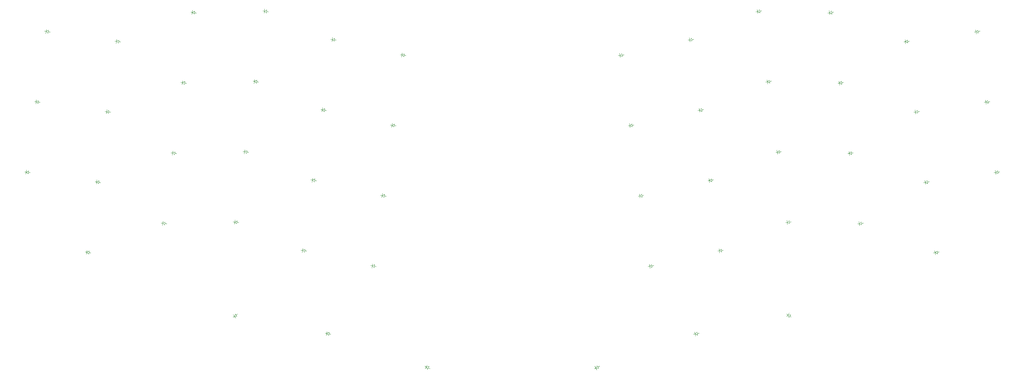
<source format=gbo>
%TF.GenerationSoftware,KiCad,Pcbnew,8.0.1*%
%TF.CreationDate,2024-04-17T00:19:13+02:00*%
%TF.ProjectId,shockboard,73686f63-6b62-46f6-9172-642e6b696361,v1.0.0*%
%TF.SameCoordinates,Original*%
%TF.FileFunction,Legend,Bot*%
%TF.FilePolarity,Positive*%
%FSLAX46Y46*%
G04 Gerber Fmt 4.6, Leading zero omitted, Abs format (unit mm)*
G04 Created by KiCad (PCBNEW 8.0.1) date 2024-04-17 00:19:13*
%MOMM*%
%LPD*%
G01*
G04 APERTURE LIST*
G04 Aperture macros list*
%AMRotRect*
0 Rectangle, with rotation*
0 The origin of the aperture is its center*
0 $1 length*
0 $2 width*
0 $3 Rotation angle, in degrees counterclockwise*
0 Add horizontal line*
21,1,$1,$2,0,0,$3*%
G04 Aperture macros list end*
%ADD10C,0.100000*%
%ADD11R,1.752600X1.752600*%
%ADD12C,1.752600*%
%ADD13C,1.000000*%
%ADD14C,1.701800*%
%ADD15C,3.000000*%
%ADD16C,3.987800*%
%ADD17RotRect,2.550000X2.500000X8.000000*%
%ADD18C,3.429000*%
%ADD19RotRect,2.600000X2.600000X352.000000*%
%ADD20RotRect,1.778000X1.778000X352.000000*%
%ADD21RotRect,0.900000X1.200000X352.000000*%
%ADD22C,1.905000*%
%ADD23RotRect,2.550000X2.500000X352.000000*%
%ADD24RotRect,1.778000X1.778000X8.000000*%
%ADD25RotRect,0.900000X1.200000X8.000000*%
%ADD26RotRect,2.600000X2.600000X8.000000*%
%ADD27RotRect,1.778000X1.778000X323.000000*%
%ADD28RotRect,0.900000X1.200000X323.000000*%
%ADD29R,1.700000X1.700000*%
%ADD30O,1.700000X1.700000*%
%ADD31C,0.700000*%
%ADD32C,4.400000*%
%ADD33RotRect,2.550000X2.500000X332.000000*%
%ADD34C,2.000000*%
%ADD35RotRect,2.600000X2.600000X332.000000*%
%ADD36RotRect,2.550000X2.500000X28.000000*%
%ADD37RotRect,2.550000X2.500000X323.000000*%
%ADD38RotRect,2.600000X2.600000X37.000000*%
%ADD39RotRect,2.550000X2.500000X37.000000*%
%ADD40R,1.200000X1.700000*%
%ADD41O,1.200000X1.700000*%
%ADD42RotRect,2.600000X2.600000X323.000000*%
%ADD43RotRect,1.778000X1.778000X28.000000*%
%ADD44RotRect,0.900000X1.200000X28.000000*%
%ADD45RotRect,2.600000X2.600000X28.000000*%
%ADD46RotRect,1.778000X1.778000X37.000000*%
%ADD47RotRect,0.900000X1.200000X37.000000*%
%ADD48RotRect,1.778000X1.778000X332.000000*%
%ADD49RotRect,0.900000X1.200000X332.000000*%
G04 APERTURE END LIST*
D10*
X81951606Y-130179142D02*
X82347713Y-130234811D01*
X82347713Y-130234811D02*
X82271168Y-130779459D01*
X82347713Y-130234811D02*
X82424258Y-129690164D01*
X82347713Y-130234811D02*
X82997543Y-129922208D01*
X82886205Y-130714423D02*
X82347713Y-130234811D01*
X82941874Y-130318315D02*
X83437008Y-130387902D01*
X82997543Y-129922208D02*
X82886205Y-130714423D01*
X158394950Y-132339019D02*
X158791057Y-132394688D01*
X158791057Y-132394688D02*
X158714512Y-132939336D01*
X158791057Y-132394688D02*
X158867602Y-131850041D01*
X158791057Y-132394688D02*
X159440887Y-132082085D01*
X159329549Y-132874300D02*
X158791057Y-132394688D01*
X159385218Y-132478192D02*
X159880352Y-132547779D01*
X159440887Y-132082085D02*
X159329549Y-132874300D01*
X316755517Y-95402004D02*
X317151624Y-95346335D01*
X317151624Y-95346335D02*
X317075079Y-94801687D01*
X317151624Y-95346335D02*
X317228169Y-95890982D01*
X317151624Y-95346335D02*
X317690116Y-94866723D01*
X317690116Y-94866723D02*
X317801454Y-95658938D01*
X317745785Y-95262831D02*
X318240919Y-95193244D01*
X317801454Y-95658938D02*
X317151624Y-95346335D01*
X285476336Y-168181580D02*
X285795791Y-168422306D01*
X285795791Y-168422306D02*
X285464792Y-168861555D01*
X285795791Y-168422306D02*
X286126789Y-167983056D01*
X285795791Y-168422306D02*
X286515696Y-168463944D01*
X286034246Y-169102847D02*
X285795791Y-168422306D01*
X286274972Y-168783395D02*
X286674290Y-169084302D01*
X286515696Y-168463944D02*
X286034246Y-169102847D01*
X248453796Y-155492561D02*
X248849903Y-155436892D01*
X248849903Y-155436892D02*
X248773358Y-154892244D01*
X248849903Y-155436892D02*
X248926448Y-155981539D01*
X248849903Y-155436892D02*
X249388395Y-154957280D01*
X249388395Y-154957280D02*
X249499733Y-155749495D01*
X249444064Y-155353388D02*
X249939198Y-155283801D01*
X249499733Y-155749495D02*
X248849903Y-155436892D01*
X177001280Y-136468710D02*
X177397387Y-136524379D01*
X177397387Y-136524379D02*
X177320842Y-137069027D01*
X177397387Y-136524379D02*
X177473932Y-135979732D01*
X177397387Y-136524379D02*
X178047217Y-136211776D01*
X177935879Y-137003991D02*
X177397387Y-136524379D01*
X177991548Y-136607883D02*
X178486682Y-136677470D01*
X178047217Y-136211776D02*
X177935879Y-137003991D01*
X118398821Y-143884996D02*
X118794928Y-143940665D01*
X118794928Y-143940665D02*
X118718383Y-144485313D01*
X118794928Y-143940665D02*
X118871473Y-143396018D01*
X118794928Y-143940665D02*
X119444758Y-143628062D01*
X119333420Y-144420277D02*
X118794928Y-143940665D01*
X119389089Y-144024169D02*
X119884223Y-144093756D01*
X119444758Y-143628062D02*
X119333420Y-144420277D01*
X279890785Y-106137056D02*
X280286892Y-106081387D01*
X280286892Y-106081387D02*
X280210347Y-105536739D01*
X280286892Y-106081387D02*
X280363437Y-106626034D01*
X280286892Y-106081387D02*
X280825384Y-105601775D01*
X280825384Y-105601775D02*
X280936722Y-106393990D01*
X280881053Y-105997883D02*
X281376187Y-105928296D01*
X280936722Y-106393990D02*
X280286892Y-106081387D01*
X103410989Y-114008338D02*
X103807096Y-114064007D01*
X103807096Y-114064007D02*
X103730551Y-114608655D01*
X103807096Y-114064007D02*
X103883641Y-113519360D01*
X103807096Y-114064007D02*
X104456926Y-113751404D01*
X104345588Y-114543619D02*
X103807096Y-114064007D01*
X104401257Y-114147511D02*
X104896391Y-114217098D01*
X104456926Y-113751404D02*
X104345588Y-114543619D01*
X126331685Y-87439716D02*
X126727792Y-87495385D01*
X126727792Y-87495385D02*
X126651247Y-88040033D01*
X126727792Y-87495385D02*
X126804337Y-86950738D01*
X126727792Y-87495385D02*
X127377622Y-87182782D01*
X127266284Y-87974997D02*
X126727792Y-87495385D01*
X127321953Y-87578889D02*
X127817087Y-87648476D01*
X127377622Y-87182782D02*
X127266284Y-87974997D01*
X137631430Y-143558482D02*
X138027537Y-143614151D01*
X138027537Y-143614151D02*
X137950992Y-144158799D01*
X138027537Y-143614151D02*
X138104082Y-143069504D01*
X138027537Y-143614151D02*
X138677367Y-143301548D01*
X138566029Y-144093763D02*
X138027537Y-143614151D01*
X138621698Y-143697655D02*
X139116832Y-143767242D01*
X138677367Y-143301548D02*
X138566029Y-144093763D01*
X162218175Y-173395672D02*
X162614282Y-173451341D01*
X162614282Y-173451341D02*
X162537737Y-173995989D01*
X162614282Y-173451341D02*
X162690827Y-172906694D01*
X162614282Y-173451341D02*
X163264112Y-173138738D01*
X163152774Y-173930953D02*
X162614282Y-173451341D01*
X163208443Y-173534845D02*
X163703577Y-173604432D01*
X163264112Y-173138738D02*
X163152774Y-173930953D01*
X277246493Y-87321963D02*
X277642600Y-87266294D01*
X277642600Y-87266294D02*
X277566055Y-86721646D01*
X277642600Y-87266294D02*
X277719145Y-87810941D01*
X277642600Y-87266294D02*
X278181092Y-86786682D01*
X278181092Y-86786682D02*
X278292430Y-87578897D01*
X278236761Y-87182790D02*
X278731895Y-87113203D01*
X278292430Y-87578897D02*
X277642600Y-87266294D01*
X285179360Y-143767244D02*
X285575467Y-143711575D01*
X285575467Y-143711575D02*
X285498922Y-143166927D01*
X285575467Y-143711575D02*
X285652012Y-144256222D01*
X285575467Y-143711575D02*
X286113959Y-143231963D01*
X286113959Y-143231963D02*
X286225297Y-144024178D01*
X286169628Y-143628071D02*
X286664762Y-143558484D01*
X286225297Y-144024178D02*
X285575467Y-143711575D01*
X260592620Y-173604428D02*
X260988727Y-173548759D01*
X260988727Y-173548759D02*
X260912182Y-173004111D01*
X260988727Y-173548759D02*
X261065272Y-174093406D01*
X260988727Y-173548759D02*
X261527219Y-173069147D01*
X261527219Y-173069147D02*
X261638557Y-173861362D01*
X261582888Y-173465255D02*
X262078022Y-173395668D01*
X261638557Y-173861362D02*
X260988727Y-173548759D01*
X338214900Y-111572806D02*
X338611007Y-111517137D01*
X338611007Y-111517137D02*
X338534462Y-110972489D01*
X338611007Y-111517137D02*
X338687552Y-112061784D01*
X338611007Y-111517137D02*
X339149499Y-111037525D01*
X339149499Y-111037525D02*
X339260837Y-111829740D01*
X339205168Y-111433633D02*
X339700302Y-111364046D01*
X339260837Y-111829740D02*
X338611007Y-111517137D01*
X304411974Y-144093759D02*
X304808081Y-144038090D01*
X304808081Y-144038090D02*
X304731536Y-143493442D01*
X304808081Y-144038090D02*
X304884626Y-144582737D01*
X304808081Y-144038090D02*
X305346573Y-143558478D01*
X305346573Y-143558478D02*
X305457911Y-144350693D01*
X305402242Y-143954586D02*
X305897376Y-143884999D01*
X305457911Y-144350693D02*
X304808081Y-144038090D01*
X243165220Y-117862377D02*
X243561327Y-117806708D01*
X243561327Y-117806708D02*
X243484782Y-117262060D01*
X243561327Y-117806708D02*
X243637872Y-118351355D01*
X243561327Y-117806708D02*
X244099819Y-117327096D01*
X244099819Y-117327096D02*
X244211157Y-118119311D01*
X244155488Y-117723204D02*
X244650622Y-117653617D01*
X244211157Y-118119311D02*
X243561327Y-117806708D01*
X259127265Y-94917590D02*
X259523372Y-94861921D01*
X259523372Y-94861921D02*
X259446827Y-94317273D01*
X259523372Y-94861921D02*
X259599917Y-95406568D01*
X259523372Y-94861921D02*
X260061864Y-94382309D01*
X260061864Y-94382309D02*
X260173202Y-95174524D01*
X260117533Y-94778417D02*
X260612667Y-94708830D01*
X260173202Y-95174524D02*
X259523372Y-94861921D01*
X145564297Y-87113203D02*
X145960404Y-87168872D01*
X145960404Y-87168872D02*
X145883859Y-87713520D01*
X145960404Y-87168872D02*
X146036949Y-86624225D01*
X145960404Y-87168872D02*
X146610234Y-86856269D01*
X146498896Y-87648484D02*
X145960404Y-87168872D01*
X146554565Y-87252376D02*
X147049699Y-87321963D01*
X146610234Y-86856269D02*
X146498896Y-87648484D01*
X84595893Y-111364048D02*
X84992000Y-111419717D01*
X84992000Y-111419717D02*
X84915455Y-111964365D01*
X84992000Y-111419717D02*
X85068545Y-110875070D01*
X84992000Y-111419717D02*
X85641830Y-111107114D01*
X85530492Y-111899329D02*
X84992000Y-111419717D01*
X85586161Y-111503221D02*
X86081295Y-111572808D01*
X85641830Y-111107114D02*
X85530492Y-111899329D01*
X174356993Y-155283801D02*
X174753100Y-155339470D01*
X174753100Y-155339470D02*
X174676555Y-155884118D01*
X174753100Y-155339470D02*
X174829645Y-154794823D01*
X174753100Y-155339470D02*
X175402930Y-155026867D01*
X175291592Y-155819082D02*
X174753100Y-155339470D01*
X175347261Y-155422974D02*
X175842395Y-155492561D01*
X175402930Y-155026867D02*
X175291592Y-155819082D01*
X121043106Y-125069909D02*
X121439213Y-125125578D01*
X121439213Y-125125578D02*
X121362668Y-125670226D01*
X121439213Y-125125578D02*
X121515758Y-124580931D01*
X121439213Y-125125578D02*
X122089043Y-124812975D01*
X121977705Y-125605190D02*
X121439213Y-125125578D01*
X122033374Y-125209082D02*
X122528508Y-125278669D01*
X122089043Y-124812975D02*
X121977705Y-125605190D01*
X155750662Y-151154108D02*
X156146769Y-151209777D01*
X156146769Y-151209777D02*
X156070224Y-151754425D01*
X156146769Y-151209777D02*
X156223314Y-150665130D01*
X156146769Y-151209777D02*
X156796599Y-150897174D01*
X156685261Y-151689389D02*
X156146769Y-151209777D01*
X156740930Y-151293281D02*
X157236064Y-151362868D01*
X156796599Y-150897174D02*
X156685261Y-151689389D01*
X87240180Y-92548955D02*
X87636287Y-92604624D01*
X87636287Y-92604624D02*
X87559742Y-93149272D01*
X87636287Y-92604624D02*
X87712832Y-92059977D01*
X87636287Y-92604624D02*
X88286117Y-92292021D01*
X88174779Y-93084236D02*
X87636287Y-92604624D01*
X88230448Y-92688128D02*
X88725582Y-92757715D01*
X88286117Y-92292021D02*
X88174779Y-93084236D01*
X98122409Y-151638522D02*
X98518516Y-151694191D01*
X98518516Y-151694191D02*
X98441971Y-152238839D01*
X98518516Y-151694191D02*
X98595061Y-151149544D01*
X98518516Y-151694191D02*
X99168346Y-151381588D01*
X99057008Y-152173803D02*
X98518516Y-151694191D01*
X99112677Y-151777695D02*
X99607811Y-151847282D01*
X99168346Y-151381588D02*
X99057008Y-152173803D01*
X296479105Y-87648474D02*
X296875212Y-87592805D01*
X296875212Y-87592805D02*
X296798667Y-87048157D01*
X296875212Y-87592805D02*
X296951757Y-88137452D01*
X296875212Y-87592805D02*
X297413704Y-87113193D01*
X297413704Y-87113193D02*
X297525042Y-87905408D01*
X297469373Y-87509301D02*
X297964507Y-87439714D01*
X297525042Y-87905408D02*
X296875212Y-87592805D01*
X179645573Y-117653616D02*
X180041680Y-117709285D01*
X180041680Y-117709285D02*
X179965135Y-118253933D01*
X180041680Y-117709285D02*
X180118225Y-117164638D01*
X180041680Y-117709285D02*
X180691510Y-117396682D01*
X180580172Y-118188897D02*
X180041680Y-117709285D01*
X180635841Y-117792789D02*
X181130975Y-117862376D01*
X180691510Y-117396682D02*
X180580172Y-118188897D01*
X123687394Y-106254809D02*
X124083501Y-106310478D01*
X124083501Y-106310478D02*
X124006956Y-106855126D01*
X124083501Y-106310478D02*
X124160046Y-105765831D01*
X124083501Y-106310478D02*
X124733331Y-105997875D01*
X124621993Y-106790090D02*
X124083501Y-106310478D01*
X124677662Y-106393982D02*
X125172796Y-106463569D01*
X124733331Y-105997875D02*
X124621993Y-106790090D01*
X264415845Y-132547777D02*
X264811952Y-132492108D01*
X264811952Y-132492108D02*
X264735407Y-131947460D01*
X264811952Y-132492108D02*
X264888497Y-133036755D01*
X264811952Y-132492108D02*
X265350444Y-132012496D01*
X265350444Y-132012496D02*
X265461782Y-132804711D01*
X265406113Y-132408604D02*
X265901247Y-132339017D01*
X265461782Y-132804711D02*
X264811952Y-132492108D01*
X335570611Y-92757717D02*
X335966718Y-92702048D01*
X335966718Y-92702048D02*
X335890173Y-92157400D01*
X335966718Y-92702048D02*
X336043263Y-93246695D01*
X335966718Y-92702048D02*
X336505210Y-92222436D01*
X336505210Y-92222436D02*
X336616548Y-93014651D01*
X336560879Y-92618544D02*
X337056013Y-92548957D01*
X336616548Y-93014651D02*
X335966718Y-92702048D01*
X240520935Y-99047283D02*
X240917042Y-98991614D01*
X240917042Y-98991614D02*
X240840497Y-98446966D01*
X240917042Y-98991614D02*
X240993587Y-99536261D01*
X240917042Y-98991614D02*
X241455534Y-98512002D01*
X241455534Y-98512002D02*
X241566872Y-99304217D01*
X241511203Y-98908110D02*
X242006337Y-98838523D01*
X241566872Y-99304217D02*
X240917042Y-98991614D01*
X182289859Y-98838521D02*
X182685966Y-98894190D01*
X182685966Y-98894190D02*
X182609421Y-99438838D01*
X182685966Y-98894190D02*
X182762511Y-98349543D01*
X182685966Y-98894190D02*
X183335796Y-98581587D01*
X183224458Y-99373802D02*
X182685966Y-98894190D01*
X183280127Y-98977694D02*
X183775261Y-99047281D01*
X183335796Y-98581587D02*
X183224458Y-99373802D01*
X140275722Y-124743387D02*
X140671829Y-124799056D01*
X140671829Y-124799056D02*
X140595284Y-125343704D01*
X140671829Y-124799056D02*
X140748374Y-124254409D01*
X140671829Y-124799056D02*
X141321659Y-124486453D01*
X141210321Y-125278668D02*
X140671829Y-124799056D01*
X141265990Y-124882560D02*
X141761124Y-124952147D01*
X141321659Y-124486453D02*
X141210321Y-125278668D01*
X261771555Y-113732683D02*
X262167662Y-113677014D01*
X262167662Y-113677014D02*
X262091117Y-113132366D01*
X262167662Y-113677014D02*
X262244207Y-114221661D01*
X262167662Y-113677014D02*
X262706154Y-113197402D01*
X262706154Y-113197402D02*
X262817492Y-113989617D01*
X262761823Y-113593510D02*
X263256957Y-113523923D01*
X262817492Y-113989617D02*
X262167662Y-113677014D01*
X100766696Y-132823429D02*
X101162803Y-132879098D01*
X101162803Y-132879098D02*
X101086258Y-133423746D01*
X101162803Y-132879098D02*
X101239348Y-132334451D01*
X101162803Y-132879098D02*
X101812633Y-132566495D01*
X101701295Y-133358710D02*
X101162803Y-132879098D01*
X101756964Y-132962602D02*
X102252098Y-133032189D01*
X101812633Y-132566495D02*
X101701295Y-133358710D01*
X163683528Y-94708833D02*
X164079635Y-94764502D01*
X164079635Y-94764502D02*
X164003090Y-95309150D01*
X164079635Y-94764502D02*
X164156180Y-94219855D01*
X164079635Y-94764502D02*
X164729465Y-94451899D01*
X164618127Y-95244114D02*
X164079635Y-94764502D01*
X164673796Y-94848006D02*
X165168930Y-94917593D01*
X164729465Y-94451899D02*
X164618127Y-95244114D01*
X322044094Y-133032189D02*
X322440201Y-132976520D01*
X322440201Y-132976520D02*
X322363656Y-132431872D01*
X322440201Y-132976520D02*
X322516746Y-133521167D01*
X322440201Y-132976520D02*
X322978693Y-132496908D01*
X322978693Y-132496908D02*
X323090031Y-133289123D01*
X323034362Y-132893016D02*
X323529496Y-132823429D01*
X323090031Y-133289123D02*
X322440201Y-132976520D01*
X299123395Y-106463569D02*
X299519502Y-106407900D01*
X299519502Y-106407900D02*
X299442957Y-105863252D01*
X299519502Y-106407900D02*
X299596047Y-106952547D01*
X299519502Y-106407900D02*
X300057994Y-105928288D01*
X300057994Y-105928288D02*
X300169332Y-106720503D01*
X300113663Y-106324396D02*
X300608797Y-106254809D01*
X300169332Y-106720503D02*
X299519502Y-106407900D01*
X340859190Y-130387900D02*
X341255297Y-130332231D01*
X341255297Y-130332231D02*
X341178752Y-129787583D01*
X341255297Y-130332231D02*
X341331842Y-130876878D01*
X341255297Y-130332231D02*
X341793789Y-129852619D01*
X341793789Y-129852619D02*
X341905127Y-130644834D01*
X341849458Y-130248727D02*
X342344592Y-130179140D01*
X341905127Y-130644834D02*
X341255297Y-130332231D01*
X282535069Y-124952148D02*
X282931176Y-124896479D01*
X282931176Y-124896479D02*
X282854631Y-124351831D01*
X282931176Y-124896479D02*
X283007721Y-125441126D01*
X282931176Y-124896479D02*
X283469668Y-124416867D01*
X283469668Y-124416867D02*
X283581006Y-125209082D01*
X283525337Y-124812975D02*
X284020471Y-124743388D01*
X283581006Y-125209082D02*
X282931176Y-124896479D01*
X319399806Y-114217096D02*
X319795913Y-114161427D01*
X319795913Y-114161427D02*
X319719368Y-113616779D01*
X319795913Y-114161427D02*
X319872458Y-114706074D01*
X319795913Y-114161427D02*
X320334405Y-113681815D01*
X320334405Y-113681815D02*
X320445743Y-114474030D01*
X320390074Y-114077923D02*
X320885208Y-114008336D01*
X320445743Y-114474030D02*
X319795913Y-114161427D01*
X161039237Y-113523923D02*
X161435344Y-113579592D01*
X161435344Y-113579592D02*
X161358799Y-114124240D01*
X161435344Y-113579592D02*
X161511889Y-113034945D01*
X161435344Y-113579592D02*
X162085174Y-113266989D01*
X161973836Y-114059204D02*
X161435344Y-113579592D01*
X162029505Y-113663096D02*
X162524639Y-113732683D01*
X162085174Y-113266989D02*
X161973836Y-114059204D01*
X245809507Y-136677468D02*
X246205614Y-136621799D01*
X246205614Y-136621799D02*
X246129069Y-136077151D01*
X246205614Y-136621799D02*
X246282159Y-137166446D01*
X246205614Y-136621799D02*
X246744106Y-136142187D01*
X246744106Y-136142187D02*
X246855444Y-136934402D01*
X246799775Y-136538295D02*
X247294909Y-136468708D01*
X246855444Y-136934402D02*
X246205614Y-136621799D01*
X301767686Y-125278666D02*
X302163793Y-125222997D01*
X302163793Y-125222997D02*
X302087248Y-124678349D01*
X302163793Y-125222997D02*
X302240338Y-125767644D01*
X302163793Y-125222997D02*
X302702285Y-124743385D01*
X302702285Y-124743385D02*
X302813623Y-125535600D01*
X302757954Y-125139493D02*
X303253088Y-125069906D01*
X302813623Y-125535600D02*
X302163793Y-125222997D01*
X324688381Y-151847283D02*
X325084488Y-151791614D01*
X325084488Y-151791614D02*
X325007943Y-151246966D01*
X325084488Y-151791614D02*
X325161033Y-152336261D01*
X325084488Y-151791614D02*
X325622980Y-151312002D01*
X325622980Y-151312002D02*
X325734318Y-152104217D01*
X325678649Y-151708110D02*
X326173783Y-151638523D01*
X325734318Y-152104217D02*
X325084488Y-151791614D01*
X234135727Y-182878598D02*
X234488906Y-182690809D01*
X234488906Y-182690809D02*
X234230697Y-182205188D01*
X234488906Y-182690809D02*
X234747116Y-183176430D01*
X234488906Y-182690809D02*
X234830884Y-182055947D01*
X234830884Y-182055947D02*
X235206464Y-182762305D01*
X235018675Y-182409126D02*
X235460149Y-182174390D01*
X235206464Y-182762305D02*
X234488906Y-182690809D01*
X142920009Y-105928294D02*
X143316116Y-105983963D01*
X143316116Y-105983963D02*
X143239571Y-106528611D01*
X143316116Y-105983963D02*
X143392661Y-105439316D01*
X143316116Y-105983963D02*
X143965946Y-105671360D01*
X143854608Y-106463575D02*
X143316116Y-105983963D01*
X143910277Y-106067467D02*
X144405411Y-106137054D01*
X143965946Y-105671360D02*
X143854608Y-106463575D01*
X267060131Y-151362871D02*
X267456238Y-151307202D01*
X267456238Y-151307202D02*
X267379693Y-150762554D01*
X267456238Y-151307202D02*
X267532783Y-151851849D01*
X267456238Y-151307202D02*
X267994730Y-150827590D01*
X267994730Y-150827590D02*
X268106068Y-151619805D01*
X268050399Y-151223698D02*
X268545533Y-151154111D01*
X268106068Y-151619805D02*
X267456238Y-151307202D01*
X137621903Y-169084302D02*
X137941358Y-168843576D01*
X137941358Y-168843576D02*
X137610359Y-168404327D01*
X137941358Y-168843576D02*
X138179813Y-168163035D01*
X137941358Y-168843576D02*
X138272356Y-169282826D01*
X138179813Y-168163035D02*
X138661263Y-168801939D01*
X138420539Y-168482487D02*
X138819857Y-168181580D01*
X138661263Y-168801939D02*
X137941358Y-168843576D01*
X188836045Y-182174392D02*
X189189224Y-182362181D01*
X189189224Y-182362181D02*
X188931015Y-182847802D01*
X189189224Y-182362181D02*
X189447434Y-181876560D01*
X189189224Y-182362181D02*
X189906782Y-182290685D01*
X189531201Y-182997043D02*
X189189224Y-182362181D01*
X189718993Y-182643864D02*
X190160467Y-182878600D01*
X189906782Y-182290685D02*
X189531201Y-182997043D01*
X106055273Y-95193243D02*
X106451380Y-95248912D01*
X106451380Y-95248912D02*
X106374835Y-95793560D01*
X106451380Y-95248912D02*
X106527925Y-94704265D01*
X106451380Y-95248912D02*
X107101210Y-94936309D01*
X106989872Y-95728524D02*
X106451380Y-95248912D01*
X107045541Y-95332416D02*
X107540675Y-95402003D01*
X107101210Y-94936309D02*
X106989872Y-95728524D01*
D11*
X204528096Y-89920735D03*
D12*
X204528096Y-92460735D03*
X204528096Y-95000735D03*
X204528097Y-97540735D03*
X204528096Y-100080735D03*
X204528093Y-102620735D03*
X204528093Y-105160735D03*
X204528096Y-107700735D03*
X204528097Y-110240735D03*
X204528096Y-112780735D03*
X204528096Y-115320735D03*
X204528096Y-117860735D03*
X219768096Y-89920735D03*
X219768096Y-92460735D03*
X219768096Y-95000735D03*
X219768095Y-97540735D03*
X219768096Y-100080735D03*
X219768099Y-102620735D03*
X219768099Y-105160735D03*
X219768096Y-107700735D03*
X219768095Y-110240735D03*
X219768096Y-112780735D03*
X219768096Y-115320735D03*
X219768096Y-117860735D03*
%LPC*%
D13*
X317833939Y-73942213D03*
X320808273Y-74333791D03*
D14*
X317102121Y-128980547D03*
D15*
X318006262Y-126288519D03*
D16*
X322132683Y-128273550D03*
D15*
X323940965Y-122889492D03*
D14*
X327163245Y-127566553D03*
D17*
X314763134Y-126744311D03*
X327210829Y-122429935D03*
D14*
X158168515Y-168080338D03*
D15*
X164443069Y-162953695D03*
D18*
X163614989Y-168845790D03*
D15*
X169088227Y-165828150D03*
D14*
X169061463Y-169611242D03*
D19*
X161199941Y-162497903D03*
X172331356Y-166283942D03*
D14*
X335917213Y-126336259D03*
D15*
X336821354Y-123644231D03*
D16*
X340947775Y-125629262D03*
D15*
X342756057Y-120245204D03*
D14*
X345978337Y-124922265D03*
D17*
X333578226Y-124100023D03*
X346025921Y-119785647D03*
D20*
X78921384Y-129753271D03*
D21*
X81060365Y-130053886D03*
X84328249Y-130513158D03*
D22*
X86467230Y-130813773D03*
D14*
X138870351Y-100612962D03*
D15*
X145144905Y-95486319D03*
D18*
X144316825Y-101378414D03*
D15*
X149790063Y-98360774D03*
D14*
X149763299Y-102143866D03*
D19*
X141901777Y-95030527D03*
X153033192Y-98816566D03*
D14*
X99777241Y-108751458D03*
D15*
X101388381Y-106412925D03*
D16*
X104807803Y-109458455D03*
D15*
X108030083Y-104781395D03*
D14*
X109838365Y-110165452D03*
D23*
X98145253Y-105957133D03*
X111299948Y-105240942D03*
D14*
X254185292Y-90865947D03*
D15*
X255089433Y-88173919D03*
D16*
X259215854Y-90158950D03*
D15*
X261024136Y-84774892D03*
D14*
X264246416Y-89451953D03*
D17*
X251846305Y-88629711D03*
X264294000Y-84315335D03*
D20*
X155364728Y-131913148D03*
D21*
X157503709Y-132213763D03*
X160771593Y-132673035D03*
D22*
X162910574Y-132973650D03*
D24*
X313725295Y-95827875D03*
D25*
X315864276Y-95527260D03*
X319132160Y-95067988D03*
D22*
X321271141Y-94767373D03*
D14*
X299054086Y-140100571D03*
D15*
X303672480Y-133443024D03*
D18*
X304500560Y-139335119D03*
D15*
X308930001Y-134925750D03*
D14*
X309947034Y-138569667D03*
D26*
X300429352Y-133898816D03*
X312173129Y-134469956D03*
D14*
X160049778Y-89451953D03*
D15*
X161660918Y-87113420D03*
D16*
X165080340Y-90158950D03*
D15*
X168302620Y-85481890D03*
D14*
X170110902Y-90865947D03*
D23*
X158417790Y-86657628D03*
X171572485Y-85941437D03*
D14*
X316686209Y-129039002D03*
D15*
X321304603Y-122381455D03*
D18*
X322132683Y-128273550D03*
D15*
X326562124Y-123864181D03*
D14*
X327579157Y-127508098D03*
D26*
X318061475Y-122837247D03*
X329805252Y-123408387D03*
D14*
X335501301Y-126394714D03*
D15*
X340119695Y-119737167D03*
D18*
X340947775Y-125629262D03*
D15*
X345377216Y-121219893D03*
D14*
X346394249Y-124863810D03*
D26*
X336876567Y-120192959D03*
X348620344Y-120764099D03*
D14*
X117409360Y-119813030D03*
D15*
X119020500Y-117474497D03*
D16*
X122439922Y-120520027D03*
D15*
X125662202Y-115842967D03*
D14*
X127470484Y-121227024D03*
D23*
X115777372Y-117018705D03*
X128932067Y-116302514D03*
D27*
X283032512Y-166340026D03*
D28*
X284757564Y-167639948D03*
X287393062Y-169625934D03*
D22*
X289118114Y-170925856D03*
D24*
X245423574Y-155918432D03*
D25*
X247562555Y-155617817D03*
X250830439Y-155158545D03*
D22*
X252969420Y-154857930D03*
D14*
X116993448Y-119754575D03*
D15*
X123268002Y-114627932D03*
D18*
X122439922Y-120520027D03*
D15*
X127913160Y-117502387D03*
D14*
X127886396Y-121285479D03*
D19*
X120024874Y-114172140D03*
X131156289Y-117958179D03*
D20*
X173971058Y-136042839D03*
D21*
X176110039Y-136343454D03*
X179377923Y-136802726D03*
D22*
X181516904Y-137103341D03*
D20*
X115368599Y-143459125D03*
D21*
X117507580Y-143759740D03*
X120775464Y-144219012D03*
D22*
X122914445Y-144519627D03*
D14*
X119637736Y-100939482D03*
D15*
X125912290Y-95812839D03*
D18*
X125084210Y-101704934D03*
D15*
X130557448Y-98687294D03*
D14*
X130530684Y-102470386D03*
D19*
X122669162Y-95357047D03*
X133800577Y-99143086D03*
D14*
X99361329Y-108693003D03*
D15*
X105635883Y-103566360D03*
D18*
X104807803Y-109458455D03*
D15*
X110281041Y-106440815D03*
D14*
X110254277Y-110223907D03*
D19*
X102392755Y-103110568D03*
X113524170Y-106896607D03*
D14*
X170723246Y-150026922D03*
D15*
X172334386Y-147688389D03*
D16*
X175753808Y-150733919D03*
D15*
X178976088Y-146056859D03*
D14*
X180784370Y-151440916D03*
D23*
X169091258Y-147232597D03*
X182245953Y-146516406D03*
D24*
X276860563Y-106562927D03*
D25*
X278999544Y-106262312D03*
X282267428Y-105803040D03*
D22*
X284406409Y-105502425D03*
D14*
X271888608Y-83328774D03*
D15*
X276507002Y-76671227D03*
D18*
X277335082Y-82563322D03*
D15*
X281764523Y-78153953D03*
D14*
X282781556Y-81797870D03*
D26*
X273263874Y-77127019D03*
X285007651Y-77698159D03*
D14*
X136226062Y-119428057D03*
D15*
X142500616Y-114301414D03*
D18*
X141672536Y-120193509D03*
D15*
X147145774Y-117175869D03*
D14*
X147119010Y-120958961D03*
D19*
X139257488Y-113845622D03*
X150388903Y-117631661D03*
D11*
X204528096Y-89920735D03*
D12*
X204528096Y-92460735D03*
X204528096Y-95000735D03*
X204528097Y-97540735D03*
X204528096Y-100080735D03*
X204528093Y-102620735D03*
X204528093Y-105160735D03*
X204528096Y-107700735D03*
X204528097Y-110240735D03*
X204528096Y-112780735D03*
X204528096Y-115320735D03*
X204528096Y-117860735D03*
X219768096Y-89920735D03*
X219768096Y-92460735D03*
X219768096Y-95000735D03*
X219768095Y-97540735D03*
X219768096Y-100080735D03*
X219768099Y-102620735D03*
X219768099Y-105160735D03*
X219768096Y-107700735D03*
X219768095Y-110240735D03*
X219768096Y-112780735D03*
X219768096Y-115320735D03*
X219768096Y-117860735D03*
D29*
X215948096Y-121716737D03*
D30*
X213408098Y-121716735D03*
X210868096Y-121716735D03*
X208328096Y-121716735D03*
D14*
X291121219Y-83655288D03*
D15*
X295739613Y-76997741D03*
D18*
X296567693Y-82889836D03*
D15*
X300997134Y-78480467D03*
D14*
X302014167Y-82124384D03*
D26*
X292496485Y-77453533D03*
X304240262Y-78024673D03*
D20*
X100380767Y-113582467D03*
D21*
X102519748Y-113883082D03*
X105787632Y-114342354D03*
D22*
X107926613Y-114642969D03*
D14*
X141930553Y-81856328D03*
D15*
X143541693Y-79517795D03*
D16*
X146961115Y-82563325D03*
D15*
X150183395Y-77886265D03*
D14*
X151991677Y-83270322D03*
D23*
X140298565Y-79062003D03*
X153453260Y-78345812D03*
D14*
X296409796Y-121285479D03*
D15*
X301028190Y-114627932D03*
D18*
X301856270Y-120520027D03*
D15*
X306285711Y-116110658D03*
D14*
X307302744Y-119754575D03*
D26*
X297785062Y-115083724D03*
X309528839Y-115654864D03*
D14*
X178656113Y-93581643D03*
D15*
X180267253Y-91243110D03*
D16*
X183686675Y-94288640D03*
D15*
X186908955Y-89611580D03*
D14*
X188717237Y-94995637D03*
D23*
X177024125Y-90787318D03*
X190178820Y-90071127D03*
D14*
X158584427Y-168138793D03*
D15*
X160195567Y-165800260D03*
D16*
X163614989Y-168845790D03*
D15*
X166837269Y-164168730D03*
D14*
X168645551Y-169552787D03*
D23*
X156952439Y-165344468D03*
X170107134Y-164628277D03*
D31*
X314294847Y-138968449D03*
X314611041Y-137745818D03*
X314935794Y-140056561D03*
X315699153Y-137104871D03*
D32*
X315928789Y-138738813D03*
D31*
X316158425Y-140372755D03*
X316921784Y-137421065D03*
X317246537Y-139731808D03*
X317562731Y-138509177D03*
D20*
X123301463Y-87013845D03*
D21*
X125440444Y-87314460D03*
X128708328Y-87773732D03*
D22*
X130847309Y-88074347D03*
D20*
X134601208Y-143132611D03*
D21*
X136740189Y-143433226D03*
X140008073Y-143892498D03*
D22*
X142147054Y-144193113D03*
D14*
X333272922Y-107521166D03*
D15*
X334177063Y-104829138D03*
D16*
X338303484Y-106814169D03*
D15*
X340111766Y-101430111D03*
D14*
X343334046Y-106107172D03*
D17*
X330933935Y-105284930D03*
X343381630Y-100970554D03*
D14*
X240451623Y-132684279D03*
D15*
X245070017Y-126026732D03*
D18*
X245898097Y-131918827D03*
D15*
X250327538Y-127509458D03*
D14*
X251344571Y-131153375D03*
D26*
X241826889Y-126482524D03*
X253570666Y-127053664D03*
D20*
X159187953Y-172969801D03*
D21*
X161326934Y-173270416D03*
X164594818Y-173729688D03*
D22*
X166733799Y-174030303D03*
D24*
X274216271Y-87747834D03*
D25*
X276355252Y-87447219D03*
X279623136Y-86987947D03*
D22*
X281762117Y-86687332D03*
D14*
X187219401Y-175991724D03*
D15*
X189533202Y-174345267D03*
D16*
X191704775Y-178376640D03*
D15*
X196332377Y-175083724D03*
D14*
X196190149Y-180761556D03*
D33*
X186641549Y-172807747D03*
X199247870Y-176633919D03*
D24*
X282149138Y-144193115D03*
D25*
X284288119Y-143892500D03*
X287556003Y-143433228D03*
D22*
X289694984Y-143132613D03*
D31*
X164051247Y-153885913D03*
X164692194Y-152797801D03*
X164367441Y-155108544D03*
X165914825Y-152481607D03*
D32*
X165685189Y-154115549D03*
D31*
X165455553Y-155749491D03*
X167002937Y-153122554D03*
X166678184Y-155433297D03*
X167319131Y-154345185D03*
D14*
X102421529Y-89936367D03*
D15*
X104032669Y-87597834D03*
D16*
X107452091Y-90643364D03*
D15*
X110674371Y-85966304D03*
D14*
X112482653Y-91350361D03*
D23*
X100789541Y-87142042D03*
X113944236Y-86425851D03*
D34*
X198648098Y-90724043D03*
X198648098Y-97224043D03*
D14*
X293765509Y-102470383D03*
D15*
X298383903Y-95812836D03*
D18*
X299211983Y-101704931D03*
D15*
X303641424Y-97295562D03*
D14*
X304658457Y-100939479D03*
D26*
X295140775Y-96268628D03*
X306884552Y-96839768D03*
D14*
X262118159Y-147311228D03*
D15*
X263022300Y-144619200D03*
D16*
X267148721Y-146604231D03*
D15*
X268957003Y-141220173D03*
D14*
X272179283Y-145897234D03*
D17*
X259779172Y-145074992D03*
X272226867Y-140760616D03*
D14*
X274948806Y-102085412D03*
D15*
X275852947Y-99393384D03*
D16*
X279979368Y-101378415D03*
D15*
X281787650Y-95994357D03*
D14*
X285009930Y-100671418D03*
D17*
X272609819Y-99849176D03*
X285057514Y-95534800D03*
D14*
X272304520Y-83270319D03*
D15*
X273208661Y-80578291D03*
D16*
X277335082Y-82563322D03*
D15*
X279143364Y-77179264D03*
D14*
X282365644Y-81856325D03*
D17*
X269965533Y-81034083D03*
X282413228Y-76719707D03*
D14*
X274532894Y-102143867D03*
D15*
X279151288Y-95486320D03*
D18*
X279979368Y-101378415D03*
D15*
X284408809Y-96969046D03*
D14*
X285425842Y-100612963D03*
D26*
X275908160Y-95942112D03*
X287651937Y-96513252D03*
D14*
X314041919Y-110223907D03*
D15*
X318660313Y-103566360D03*
D18*
X319488393Y-109458455D03*
D15*
X323917834Y-105049086D03*
D14*
X324934867Y-108693003D03*
D26*
X315417185Y-104022152D03*
X327160962Y-104593292D03*
D14*
X170307334Y-149968467D03*
D15*
X176581888Y-144841824D03*
D18*
X175753808Y-150733919D03*
D15*
X181227046Y-147716279D03*
D14*
X181200282Y-151499371D03*
D19*
X173338760Y-144386032D03*
X184470175Y-148172071D03*
D24*
X257562398Y-174030299D03*
D25*
X259701379Y-173729684D03*
X262969263Y-173270412D03*
D22*
X265108244Y-172969797D03*
D14*
X259057957Y-128554590D03*
D15*
X263676351Y-121897043D03*
D18*
X264504431Y-127789138D03*
D15*
X268933872Y-123379769D03*
D14*
X269950905Y-127023686D03*
D26*
X260433223Y-122352835D03*
X272177000Y-122923975D03*
D14*
X186848563Y-175794546D03*
D15*
X194498131Y-173123102D03*
D18*
X191704775Y-178376640D03*
D15*
X197880031Y-177412944D03*
D14*
X196560987Y-180958734D03*
D35*
X191606477Y-171585582D03*
X200771685Y-178950464D03*
D24*
X335184678Y-111998677D03*
D25*
X337323659Y-111698062D03*
X340591543Y-111238790D03*
D22*
X342730524Y-110938175D03*
D24*
X301381752Y-144519630D03*
D25*
X303520733Y-144219015D03*
X306788617Y-143759743D03*
D22*
X308927598Y-143459128D03*
D14*
X159633866Y-89393498D03*
D15*
X165908420Y-84266855D03*
D18*
X165080340Y-90158950D03*
D15*
X170553578Y-87141310D03*
D14*
X170526814Y-90924402D03*
D19*
X162665292Y-83811063D03*
X173796707Y-87597102D03*
D24*
X240134998Y-118288248D03*
D25*
X242273979Y-117987633D03*
X245541863Y-117528361D03*
D22*
X247680844Y-117227746D03*
D14*
X80546233Y-106048715D03*
D15*
X86820787Y-100922072D03*
D18*
X85992707Y-106814167D03*
D15*
X91465945Y-103796527D03*
D14*
X91439181Y-107579619D03*
D19*
X83577659Y-100466280D03*
X94709074Y-104252319D03*
D14*
X228106044Y-180761560D03*
D15*
X228034930Y-177922644D03*
D16*
X232591418Y-178376644D03*
D15*
X232449189Y-172698812D03*
D14*
X237076792Y-175991728D03*
D36*
X225143277Y-179460163D03*
X235364682Y-171148617D03*
D14*
X296825708Y-121227024D03*
D15*
X297729849Y-118534996D03*
D16*
X301856270Y-120520027D03*
D15*
X303664552Y-115135969D03*
D14*
X306886832Y-119813030D03*
D17*
X294486721Y-118990788D03*
X306934416Y-114676412D03*
D14*
X277177185Y-120958962D03*
D15*
X281795579Y-114301415D03*
D18*
X282623659Y-120193510D03*
D15*
X287053100Y-115784141D03*
D14*
X288070133Y-119428058D03*
D26*
X278552451Y-114757207D03*
X290296228Y-115328347D03*
D14*
X311397632Y-91408816D03*
D15*
X316016026Y-84751269D03*
D18*
X316844106Y-90643364D03*
D15*
X321273547Y-86233995D03*
D14*
X322290580Y-89877912D03*
D26*
X312772898Y-85207061D03*
X324516675Y-85778201D03*
D24*
X256097043Y-95343461D03*
D25*
X258236024Y-95042846D03*
X261503908Y-94583574D03*
D22*
X263642889Y-94282959D03*
D14*
X256413668Y-109739498D03*
D15*
X261032062Y-103081951D03*
D18*
X261860142Y-108974046D03*
D15*
X266289583Y-104564677D03*
D14*
X267306616Y-108208594D03*
D26*
X257788934Y-103537743D03*
X269532711Y-104108883D03*
D14*
X243095914Y-151499376D03*
D15*
X247714308Y-144841829D03*
D18*
X248542388Y-150733924D03*
D15*
X252971829Y-146324555D03*
D14*
X253988862Y-149968472D03*
D26*
X244471180Y-145297621D03*
X256214957Y-145868761D03*
D14*
X154761202Y-127082138D03*
D15*
X156372342Y-124743605D03*
D16*
X159791764Y-127789135D03*
D15*
X163014044Y-123112075D03*
D14*
X164822326Y-128496132D03*
D23*
X153129214Y-124287813D03*
X166283909Y-123571622D03*
D14*
X284846774Y-161822136D03*
D15*
X287389649Y-160557907D03*
D16*
X288903842Y-164879356D03*
D15*
X293989597Y-162350896D03*
D14*
X292960910Y-167936576D03*
D37*
X284774120Y-158586962D03*
X296626691Y-164338091D03*
D14*
X130999853Y-168189337D03*
D15*
X131811549Y-160127473D03*
D18*
X135392348Y-164879354D03*
D15*
X137128718Y-158875398D03*
D14*
X139784843Y-161569371D03*
D38*
X129196016Y-162098418D03*
X139744251Y-156904452D03*
D14*
X156989577Y-108208593D03*
D15*
X163264131Y-103081950D03*
D18*
X162436051Y-108974045D03*
D15*
X167909289Y-105956405D03*
D14*
X167882525Y-109739497D03*
D19*
X160021003Y-102626158D03*
X171152418Y-106412197D03*
D14*
X314457831Y-110165452D03*
D15*
X315361972Y-107473424D03*
D16*
X319488393Y-109458455D03*
D15*
X321296675Y-104074397D03*
D14*
X324518955Y-108751458D03*
D17*
X312118844Y-107929216D03*
X324566539Y-103614840D03*
D14*
X97132953Y-127566554D03*
D15*
X98744093Y-125228021D03*
D16*
X102163515Y-128273551D03*
D15*
X105385795Y-123596491D03*
D14*
X107194077Y-128980548D03*
D23*
X95500965Y-124772229D03*
X108655660Y-124056038D03*
D14*
X256829580Y-109681043D03*
D15*
X257733721Y-106989015D03*
D16*
X261860142Y-108974046D03*
D15*
X263668424Y-103589988D03*
D14*
X266890704Y-108267049D03*
D17*
X254490593Y-107444807D03*
X266938288Y-103130431D03*
D14*
X255650641Y-169552787D03*
D15*
X256554782Y-166860759D03*
D16*
X260681203Y-168845790D03*
D15*
X262489485Y-163461732D03*
D14*
X265711765Y-168138793D03*
D17*
X253311654Y-167316551D03*
X265759349Y-163002175D03*
D14*
X141514641Y-81797873D03*
D15*
X147789195Y-76671230D03*
D18*
X146961115Y-82563325D03*
D15*
X152434353Y-79545685D03*
D14*
X152407589Y-83328777D03*
D19*
X144546067Y-76215438D03*
X155677482Y-80001477D03*
D14*
X173367534Y-131211835D03*
D15*
X174978674Y-128873302D03*
D16*
X178398096Y-131918832D03*
D15*
X181620376Y-127241772D03*
D14*
X183428658Y-132625829D03*
D23*
X171735546Y-128417510D03*
X184890241Y-127701319D03*
D14*
X94072748Y-146323193D03*
D15*
X100347302Y-141196550D03*
D18*
X99519222Y-147088645D03*
D15*
X104992460Y-144071005D03*
D14*
X104965696Y-147854097D03*
D19*
X97104174Y-140740758D03*
X108235589Y-144526797D03*
D14*
X122697940Y-82182840D03*
D15*
X124309080Y-79844307D03*
D16*
X127728502Y-82889837D03*
D15*
X130950782Y-78212777D03*
D14*
X132759064Y-83596834D03*
D23*
X121065952Y-79388515D03*
X134220647Y-78672324D03*
D20*
X142534075Y-86687332D03*
D21*
X144673056Y-86987947D03*
X147940940Y-87447219D03*
D22*
X150079921Y-87747834D03*
D31*
X106733459Y-138509177D03*
X107374406Y-137421065D03*
X107049653Y-139731808D03*
X108597037Y-137104871D03*
D32*
X108367401Y-138738813D03*
D31*
X108137765Y-140372755D03*
X109685149Y-137745818D03*
X109360396Y-140056561D03*
X110001343Y-138968449D03*
D20*
X81565671Y-110938177D03*
D21*
X83704652Y-111238792D03*
X86972536Y-111698064D03*
D22*
X89111517Y-111998679D03*
D14*
X131335280Y-167936574D03*
D15*
X130820936Y-165143736D03*
D16*
X135392348Y-164879354D03*
D15*
X134363662Y-159293675D03*
D14*
X139449416Y-161822134D03*
D39*
X128205405Y-167114679D03*
X137000756Y-157306482D03*
D20*
X171326771Y-154857930D03*
D21*
X173465752Y-155158545D03*
X176733636Y-155617817D03*
D22*
X178872617Y-155918432D03*
D14*
X152116911Y-145897232D03*
D15*
X153728051Y-143558699D03*
D16*
X157147473Y-146604229D03*
D15*
X160369753Y-141927169D03*
D14*
X162178035Y-147311226D03*
D23*
X150484923Y-143102907D03*
X163639618Y-142386716D03*
D40*
X226148094Y-108974045D03*
D41*
X228148094Y-108974045D03*
D20*
X118012884Y-124644038D03*
D21*
X120151865Y-124944653D03*
X123419749Y-125403925D03*
D22*
X125558730Y-125704540D03*
D20*
X152720440Y-150728237D03*
D21*
X154859421Y-151028852D03*
X158127305Y-151488124D03*
D22*
X160266286Y-151788739D03*
D20*
X84209958Y-92123084D03*
D21*
X86348939Y-92423699D03*
X89616823Y-92882971D03*
D22*
X91755804Y-93183586D03*
D14*
X237807336Y-113869187D03*
D15*
X242425730Y-107211640D03*
D18*
X243253810Y-113103735D03*
D15*
X247683251Y-108694366D03*
D14*
X248700284Y-112338283D03*
D26*
X239182602Y-107667432D03*
X250926379Y-108238572D03*
D14*
X261702247Y-147369683D03*
D15*
X266320641Y-140712136D03*
D18*
X267148721Y-146604231D03*
D15*
X271578162Y-142194862D03*
D14*
X272595195Y-145838779D03*
D26*
X263077513Y-141167928D03*
X274821290Y-141739068D03*
D14*
X136641974Y-119486512D03*
D15*
X138253114Y-117147979D03*
D16*
X141672536Y-120193509D03*
D15*
X144894816Y-115516449D03*
D14*
X146703098Y-120900506D03*
D23*
X135009986Y-116692187D03*
X148164681Y-115975996D03*
D20*
X95092187Y-151212651D03*
D21*
X97231168Y-151513266D03*
X100499052Y-151972538D03*
D22*
X102638033Y-152273153D03*
D24*
X293448883Y-88074345D03*
D25*
X295587864Y-87773730D03*
X298855748Y-87314458D03*
D22*
X300994729Y-87013843D03*
D20*
X176615351Y-117227745D03*
D21*
X178754332Y-117528360D03*
X182022216Y-117987632D03*
D22*
X184161197Y-118288247D03*
D14*
X114349156Y-138569667D03*
D15*
X120623710Y-133443024D03*
D18*
X119795630Y-139335119D03*
D15*
X125268868Y-136317479D03*
D14*
X125242104Y-140100571D03*
D19*
X117380582Y-132987232D03*
X128511997Y-136773271D03*
D20*
X120657172Y-105828938D03*
D21*
X122796153Y-106129553D03*
X126064037Y-106588825D03*
D22*
X128203018Y-106889440D03*
D14*
X238223248Y-113810732D03*
D15*
X239127389Y-111118704D03*
D16*
X243253810Y-113103735D03*
D15*
X245062092Y-107719677D03*
D14*
X248284372Y-112396738D03*
D17*
X235884261Y-111574496D03*
X248331956Y-107260120D03*
D24*
X261385623Y-132973648D03*
D25*
X263524604Y-132673033D03*
X266792488Y-132213761D03*
D22*
X268931469Y-131913146D03*
D14*
X151700999Y-145838777D03*
D15*
X157975553Y-140712134D03*
D18*
X157147473Y-146604229D03*
D15*
X162620711Y-143586589D03*
D14*
X162593947Y-147369681D03*
D19*
X154732425Y-140256342D03*
X165863840Y-144042381D03*
D14*
X299469998Y-140042116D03*
D15*
X300374139Y-137350088D03*
D16*
X304500560Y-139335119D03*
D15*
X306308842Y-133951061D03*
D14*
X309531122Y-138628122D03*
D17*
X297131011Y-137805880D03*
X309578706Y-133491504D03*
D14*
X279821472Y-139774056D03*
D15*
X284439866Y-133116509D03*
D18*
X285267946Y-139008604D03*
D15*
X289697387Y-134599235D03*
D14*
X290714420Y-138243152D03*
D26*
X281196738Y-133572301D03*
X292940515Y-134143441D03*
D24*
X332540389Y-93183588D03*
D25*
X334679370Y-92882973D03*
X337947254Y-92423701D03*
D22*
X340086235Y-92123086D03*
D24*
X237490713Y-99473154D03*
D25*
X239629694Y-99172539D03*
X242897578Y-98713267D03*
D22*
X245036559Y-98412652D03*
D20*
X179259637Y-98412650D03*
D21*
X181398618Y-98713265D03*
X184666502Y-99172537D03*
D22*
X186805483Y-99473152D03*
D14*
X122282028Y-82124385D03*
D15*
X128556582Y-76997742D03*
D18*
X127728502Y-82889837D03*
D15*
X133201740Y-79872197D03*
D14*
X133174976Y-83655289D03*
D19*
X125313454Y-76541950D03*
X136444869Y-80327989D03*
D14*
X243511826Y-151440921D03*
D15*
X244415967Y-148748893D03*
D16*
X248542388Y-150733924D03*
D15*
X250350670Y-145349866D03*
D14*
X253572950Y-150026927D03*
D17*
X241172839Y-149204685D03*
X253620534Y-144890309D03*
D31*
X256977063Y-154345186D03*
X257293257Y-153122555D03*
X257618010Y-155433298D03*
X258381369Y-152481608D03*
D32*
X258611005Y-154115550D03*
D31*
X258840641Y-155749492D03*
X259604000Y-152797802D03*
X259928753Y-155108545D03*
X260244947Y-153885914D03*
D14*
X330628633Y-88706073D03*
D15*
X331532774Y-86014045D03*
D16*
X335659195Y-87999076D03*
D15*
X337467477Y-82615018D03*
D14*
X340689757Y-87292079D03*
D17*
X328289646Y-86469837D03*
X340737341Y-82155461D03*
D14*
X77901944Y-124863811D03*
D15*
X84176498Y-119737168D03*
D18*
X83348418Y-125629263D03*
D15*
X88821656Y-122611623D03*
D14*
X88794892Y-126394715D03*
D19*
X80933370Y-119281376D03*
X92064785Y-123067415D03*
D14*
X319746408Y-147795639D03*
D15*
X320650549Y-145103611D03*
D16*
X324776970Y-147088642D03*
D15*
X326585252Y-141704584D03*
D14*
X329807532Y-146381645D03*
D17*
X317407421Y-145559403D03*
X329855116Y-141245027D03*
D20*
X137245500Y-124317516D03*
D21*
X139384481Y-124618131D03*
X142652365Y-125077403D03*
D22*
X144791346Y-125378018D03*
D24*
X258741333Y-114158554D03*
D25*
X260880314Y-113857939D03*
X264148198Y-113398667D03*
D22*
X266287179Y-113098052D03*
D14*
X114765068Y-138628122D03*
D15*
X116376208Y-136289589D03*
D16*
X119795630Y-139335119D03*
D15*
X123017910Y-134658059D03*
D14*
X124826192Y-140042116D03*
D23*
X113133080Y-135833797D03*
X126287775Y-135117606D03*
D20*
X97736474Y-132397558D03*
D21*
X99875455Y-132698173D03*
X103143339Y-133157445D03*
D22*
X105282320Y-133458060D03*
D14*
X120053648Y-100997937D03*
D15*
X121664788Y-98659404D03*
D16*
X125084210Y-101704934D03*
D15*
X128306490Y-97027874D03*
D14*
X130114772Y-102411931D03*
D23*
X118421660Y-98203612D03*
X131576355Y-97487421D03*
D14*
X172951622Y-131153380D03*
D15*
X179226176Y-126026737D03*
D18*
X178398096Y-131918832D03*
D15*
X183871334Y-128901192D03*
D14*
X183844570Y-132684284D03*
D19*
X175983048Y-125570945D03*
X187114463Y-129356984D03*
D20*
X160653306Y-94282962D03*
D21*
X162792287Y-94583577D03*
X166060171Y-95042849D03*
D22*
X168199152Y-95343464D03*
D14*
X291537131Y-83596833D03*
D15*
X292441272Y-80904805D03*
D16*
X296567693Y-82889836D03*
D15*
X298375975Y-77505778D03*
D14*
X301598255Y-82182839D03*
D17*
X289198144Y-81360597D03*
X301645839Y-77046221D03*
D24*
X319013872Y-133458060D03*
D25*
X321152853Y-133157445D03*
X324420737Y-132698173D03*
D22*
X326559718Y-132397558D03*
D31*
X95617316Y-94736110D03*
X96258263Y-93647998D03*
X95933510Y-95958741D03*
X97480894Y-93331804D03*
D32*
X97251258Y-94965746D03*
D31*
X97021622Y-96599688D03*
X98569006Y-93972751D03*
X98244253Y-96283494D03*
X98885200Y-95195382D03*
D14*
X83606439Y-87292074D03*
D15*
X85217579Y-84953541D03*
D16*
X88637001Y-87999071D03*
D15*
X91859281Y-83322011D03*
D14*
X93667563Y-88706068D03*
D23*
X81974451Y-84497749D03*
X95129146Y-83781558D03*
D14*
X133997686Y-138301605D03*
D15*
X135608826Y-135963072D03*
D16*
X139028248Y-139008602D03*
D15*
X142250528Y-134331542D03*
D14*
X144058810Y-139715599D03*
D23*
X132365698Y-135507280D03*
X145520393Y-134791089D03*
D14*
X255234729Y-169611242D03*
D15*
X259853123Y-162953695D03*
D18*
X260681203Y-168845790D03*
D15*
X265110644Y-164436421D03*
D14*
X266127677Y-168080338D03*
D26*
X256609995Y-163409487D03*
X268353772Y-163980627D03*
D14*
X240867535Y-132625824D03*
D15*
X241771676Y-129933796D03*
D16*
X245898097Y-131918827D03*
D15*
X247706379Y-126534769D03*
D14*
X250928659Y-131211830D03*
D17*
X238528548Y-130389588D03*
X250976243Y-126075212D03*
D14*
X235163046Y-95054095D03*
D15*
X239781440Y-88396548D03*
D18*
X240609520Y-94288643D03*
D15*
X245038961Y-89879274D03*
D14*
X246055994Y-93523191D03*
D26*
X236538312Y-88852340D03*
X248282089Y-89423480D03*
D24*
X296093173Y-106889440D03*
D25*
X298232154Y-106588825D03*
X301500038Y-106129553D03*
D22*
X303639019Y-105828938D03*
D14*
X94488660Y-146381648D03*
D15*
X96099800Y-144043115D03*
D16*
X99519222Y-147088645D03*
D15*
X102741502Y-142411585D03*
D14*
X104549784Y-147795642D03*
D23*
X92856672Y-143587323D03*
X106011367Y-142871132D03*
D14*
X284511347Y-161569373D03*
D15*
X292484641Y-160127475D03*
D18*
X288903842Y-164879356D03*
D15*
X295153825Y-164893550D03*
D14*
X293296337Y-168189339D03*
D42*
X289869108Y-158156532D03*
X297769356Y-166864492D03*
D31*
X171851903Y-98381391D03*
X172492850Y-97293279D03*
X172168097Y-99604022D03*
X173715481Y-96977085D03*
D32*
X173485845Y-98611027D03*
D31*
X173256209Y-100244969D03*
X174803593Y-97618032D03*
X174478840Y-99928775D03*
X175119787Y-98840663D03*
D24*
X337828968Y-130813771D03*
D25*
X339967949Y-130513156D03*
X343235833Y-130053884D03*
D22*
X345374814Y-129753269D03*
D14*
X176011822Y-112396739D03*
D15*
X177622962Y-110058206D03*
D16*
X181042384Y-113103736D03*
D15*
X184264664Y-108426676D03*
D14*
X186072946Y-113810733D03*
D23*
X174379834Y-109602414D03*
X187534529Y-108886223D03*
D14*
X253769380Y-90924402D03*
D15*
X258387774Y-84266855D03*
D18*
X259215854Y-90158950D03*
D15*
X263645295Y-85749581D03*
D14*
X264662328Y-89393498D03*
D26*
X255144646Y-84722647D03*
X266888423Y-85293787D03*
D31*
X325410993Y-95195384D03*
X325727187Y-93972753D03*
X326051940Y-96283496D03*
X326815299Y-93331806D03*
D32*
X327044935Y-94965748D03*
D31*
X327274571Y-96599690D03*
X328037930Y-93648000D03*
X328362683Y-95958743D03*
X328678877Y-94736112D03*
D24*
X279504847Y-125378019D03*
D25*
X281643828Y-125077404D03*
X284911712Y-124618132D03*
D22*
X287050693Y-124317517D03*
D24*
X316369584Y-114642967D03*
D25*
X318508565Y-114342352D03*
X321776449Y-113883080D03*
D22*
X323915430Y-113582465D03*
D20*
X158009015Y-113098052D03*
D21*
X160147996Y-113398667D03*
X163415880Y-113857939D03*
D22*
X165554861Y-114158554D03*
D24*
X242779285Y-137103339D03*
D25*
X244918266Y-136802724D03*
X248186150Y-136343452D03*
D22*
X250325131Y-136042837D03*
D14*
X96717041Y-127508099D03*
D15*
X102991595Y-122381456D03*
D18*
X102163515Y-128273551D03*
D15*
X107636753Y-125255911D03*
D14*
X107609989Y-129039003D03*
D19*
X99748467Y-121925664D03*
X110879882Y-125711703D03*
D24*
X298737464Y-125704537D03*
D25*
X300876445Y-125403922D03*
X304144329Y-124944650D03*
D22*
X306283310Y-124644035D03*
D14*
X175595910Y-112338284D03*
D15*
X181870464Y-107211641D03*
D18*
X181042384Y-113103736D03*
D15*
X186515622Y-110086096D03*
D14*
X186488858Y-113869188D03*
D19*
X178627336Y-106755849D03*
X189758751Y-110541888D03*
D14*
X280237384Y-139715601D03*
D15*
X281141525Y-137023573D03*
D16*
X285267946Y-139008604D03*
D15*
X287076228Y-133624546D03*
D14*
X290298508Y-138301607D03*
D17*
X277898397Y-137479365D03*
X290346092Y-133164989D03*
D14*
X319330496Y-147854094D03*
D15*
X323948890Y-141196547D03*
D18*
X324776970Y-147088642D03*
D15*
X329206411Y-142679273D03*
D14*
X330223444Y-146323190D03*
D26*
X320705762Y-141652339D03*
X332449539Y-142223479D03*
D14*
X330212721Y-88764528D03*
D15*
X334831115Y-82106981D03*
D18*
X335659195Y-87999076D03*
D15*
X340088636Y-83589707D03*
D14*
X341105669Y-87233624D03*
D26*
X331587987Y-82562773D03*
X343331764Y-83133913D03*
D24*
X321658159Y-152273154D03*
D25*
X323797140Y-151972539D03*
X327065024Y-151513267D03*
D22*
X329204005Y-151212652D03*
D14*
X139286263Y-100671417D03*
D15*
X140897403Y-98332884D03*
D16*
X144316825Y-101378414D03*
D15*
X147539105Y-96701354D03*
D14*
X149347387Y-102085411D03*
D23*
X137654275Y-97877092D03*
X150808970Y-97160901D03*
D43*
X231433908Y-184315181D03*
D44*
X233341072Y-183301122D03*
X236254804Y-181751866D03*
D22*
X238161968Y-180737807D03*
D14*
X157405489Y-108267048D03*
D15*
X159016629Y-105928515D03*
D16*
X162436051Y-108974045D03*
D15*
X165658331Y-104296985D03*
D14*
X167466613Y-109681042D03*
D23*
X155773501Y-105472723D03*
X168928196Y-104756532D03*
D14*
X235578958Y-94995640D03*
D15*
X236483099Y-92303612D03*
D16*
X240609520Y-94288643D03*
D15*
X242417802Y-88904585D03*
D14*
X245640082Y-93581646D03*
D17*
X233239971Y-92759404D03*
X245687666Y-88445028D03*
D14*
X259473869Y-128496135D03*
D15*
X260378010Y-125804107D03*
D16*
X264504431Y-127789138D03*
D15*
X266312713Y-122405080D03*
D14*
X269534993Y-127082141D03*
D17*
X257134882Y-126259899D03*
X269582577Y-121945523D03*
D31*
X249176410Y-98840664D03*
X249492604Y-97618033D03*
X249817357Y-99928776D03*
X250580716Y-96977086D03*
D32*
X250810352Y-98611028D03*
D31*
X251039988Y-100244970D03*
X251803347Y-97293280D03*
X252128100Y-99604023D03*
X252444294Y-98381392D03*
D14*
X294181421Y-102411928D03*
D15*
X295085562Y-99719900D03*
D16*
X299211983Y-101704931D03*
D15*
X301020265Y-96320873D03*
D14*
X304242545Y-100997934D03*
D17*
X291842434Y-100175692D03*
X304290129Y-95861316D03*
D14*
X154345290Y-127023683D03*
D15*
X160619844Y-121897040D03*
D18*
X159791764Y-127789135D03*
D15*
X165265002Y-124771495D03*
D14*
X165238238Y-128554587D03*
D19*
X157376716Y-121441248D03*
X168508131Y-125227287D03*
D14*
X78317856Y-124922266D03*
D15*
X79928996Y-122583733D03*
D16*
X83348418Y-125629263D03*
D15*
X86570698Y-120952203D03*
D14*
X88378980Y-126336260D03*
D23*
X76685868Y-122127941D03*
X89840563Y-121411750D03*
D14*
X102005617Y-89877912D03*
D15*
X108280171Y-84751269D03*
D18*
X107452091Y-90643364D03*
D15*
X112925329Y-87625724D03*
D14*
X112898565Y-91408816D03*
D19*
X105037043Y-84295477D03*
X116168458Y-88081516D03*
D14*
X133581774Y-138243150D03*
D15*
X139856328Y-133116507D03*
D18*
X139028248Y-139008602D03*
D15*
X144501486Y-135990962D03*
D14*
X144474722Y-139774054D03*
D19*
X136613200Y-132660715D03*
X147744615Y-136446754D03*
D14*
X311813544Y-91350361D03*
D15*
X312717685Y-88658333D03*
D16*
X316844106Y-90643364D03*
D15*
X318652388Y-85259306D03*
D14*
X321874668Y-89936367D03*
D17*
X309474557Y-89114125D03*
X321922252Y-84799749D03*
D14*
X227735206Y-180958738D03*
D15*
X229798062Y-173123106D03*
D18*
X232591418Y-178376644D03*
D15*
X235245638Y-172718233D03*
D14*
X237447630Y-175794550D03*
D45*
X226906409Y-174660625D03*
X238137291Y-171180713D03*
D14*
X178240201Y-93523188D03*
D15*
X184514755Y-88396545D03*
D18*
X183686675Y-94288640D03*
D15*
X189159913Y-91271000D03*
D14*
X189133149Y-95054092D03*
D19*
X181271627Y-87940753D03*
X192403042Y-91726792D03*
D14*
X83190527Y-87233619D03*
D15*
X89465081Y-82106976D03*
D18*
X88637001Y-87999071D03*
D15*
X94110239Y-84981431D03*
D14*
X94083475Y-88764523D03*
D19*
X86221953Y-81651184D03*
X97353368Y-85437223D03*
D14*
X80962145Y-106107170D03*
D15*
X82573285Y-103768637D03*
D16*
X85992707Y-106814167D03*
D15*
X89214987Y-102137107D03*
D14*
X91023269Y-107521164D03*
D23*
X79330157Y-103312845D03*
X92484852Y-102596654D03*
D20*
X139889787Y-105502423D03*
D21*
X142028768Y-105803038D03*
X145296652Y-106262310D03*
D22*
X147435633Y-106562925D03*
D14*
X277593097Y-120900507D03*
D15*
X278497238Y-118208479D03*
D16*
X282623659Y-120193510D03*
D15*
X284431941Y-114809452D03*
D14*
X287654221Y-119486513D03*
D17*
X275254110Y-118664271D03*
X287701805Y-114349895D03*
D24*
X264029909Y-151788742D03*
D25*
X266168890Y-151488127D03*
X269436774Y-151028855D03*
D22*
X271575755Y-150728240D03*
D14*
X332857010Y-107579621D03*
D15*
X337475404Y-100922074D03*
D18*
X338303484Y-106814169D03*
D15*
X342732925Y-102404800D03*
D14*
X343749958Y-106048717D03*
D26*
X334232276Y-101377866D03*
X345976053Y-101949006D03*
D46*
X135178079Y-170925856D03*
D47*
X136903131Y-169625934D03*
X139538629Y-167639948D03*
D22*
X141263681Y-166340026D03*
D48*
X186134226Y-180737809D03*
D49*
X188041390Y-181751868D03*
X190955122Y-183301124D03*
D22*
X192862286Y-184315183D03*
D20*
X103025051Y-94767372D03*
D21*
X105164032Y-95067987D03*
X108431916Y-95527259D03*
D22*
X110570897Y-95827874D03*
%LPD*%
M02*

</source>
